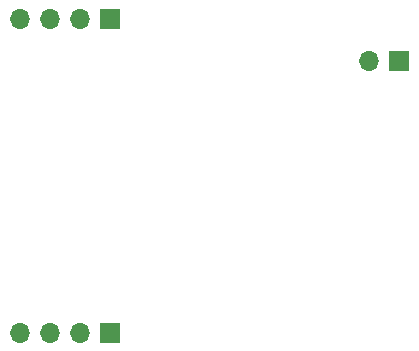
<source format=gbr>
%TF.GenerationSoftware,KiCad,Pcbnew,8.0.2*%
%TF.CreationDate,2024-07-15T23:59:02-06:00*%
%TF.ProjectId,2024_NE555_ChargePump_Expansion,32303234-5f4e-4453-9535-355f43686172,rev?*%
%TF.SameCoordinates,Original*%
%TF.FileFunction,Soldermask,Bot*%
%TF.FilePolarity,Negative*%
%FSLAX46Y46*%
G04 Gerber Fmt 4.6, Leading zero omitted, Abs format (unit mm)*
G04 Created by KiCad (PCBNEW 8.0.2) date 2024-07-15 23:59:02*
%MOMM*%
%LPD*%
G01*
G04 APERTURE LIST*
%ADD10R,1.700000X1.700000*%
%ADD11O,1.700000X1.700000*%
G04 APERTURE END LIST*
D10*
%TO.C,J2*%
X176687400Y-63957200D03*
D11*
X174147400Y-63957200D03*
%TD*%
D10*
%TO.C,J1*%
X152247600Y-60350400D03*
D11*
X149707600Y-60350400D03*
X147167600Y-60350400D03*
X144627600Y-60350400D03*
%TD*%
D10*
%TO.C,J3*%
X152237600Y-86938000D03*
D11*
X149697600Y-86938000D03*
X147157600Y-86938000D03*
X144617600Y-86938000D03*
%TD*%
M02*

</source>
